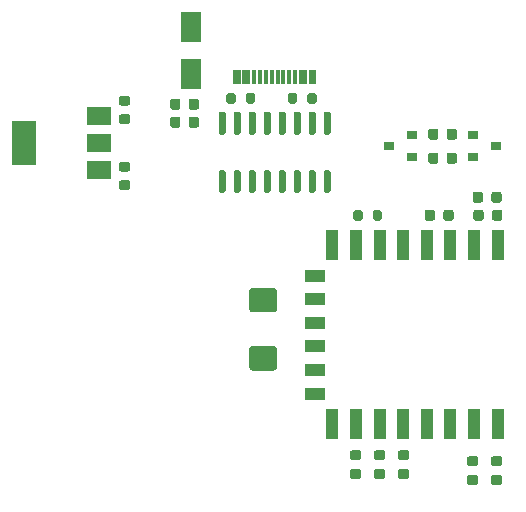
<source format=gbr>
%TF.GenerationSoftware,KiCad,Pcbnew,5.1.10-88a1d61d58~90~ubuntu20.04.1*%
%TF.CreationDate,2021-10-14T14:02:12+02:00*%
%TF.ProjectId,ESP8266-WS2812-Puck,45535038-3236-4362-9d57-53323831322d,rev?*%
%TF.SameCoordinates,Original*%
%TF.FileFunction,Paste,Top*%
%TF.FilePolarity,Positive*%
%FSLAX46Y46*%
G04 Gerber Fmt 4.6, Leading zero omitted, Abs format (unit mm)*
G04 Created by KiCad (PCBNEW 5.1.10-88a1d61d58~90~ubuntu20.04.1) date 2021-10-14 14:02:12*
%MOMM*%
%LPD*%
G01*
G04 APERTURE LIST*
%ADD10R,0.300000X1.150000*%
%ADD11R,1.000000X2.500000*%
%ADD12R,1.800000X1.000000*%
%ADD13R,0.900000X0.800000*%
%ADD14R,2.000000X3.800000*%
%ADD15R,2.000000X1.500000*%
%ADD16R,1.800000X2.500000*%
G04 APERTURE END LIST*
%TO.C,C6*%
G36*
G01*
X141015000Y-78742250D02*
X141015000Y-78229750D01*
G75*
G02*
X141233750Y-78011000I218750J0D01*
G01*
X141671250Y-78011000D01*
G75*
G02*
X141890000Y-78229750I0J-218750D01*
G01*
X141890000Y-78742250D01*
G75*
G02*
X141671250Y-78961000I-218750J0D01*
G01*
X141233750Y-78961000D01*
G75*
G02*
X141015000Y-78742250I0J218750D01*
G01*
G37*
G36*
G01*
X142590000Y-78742250D02*
X142590000Y-78229750D01*
G75*
G02*
X142808750Y-78011000I218750J0D01*
G01*
X143246250Y-78011000D01*
G75*
G02*
X143465000Y-78229750I0J-218750D01*
G01*
X143465000Y-78742250D01*
G75*
G02*
X143246250Y-78961000I-218750J0D01*
G01*
X142808750Y-78961000D01*
G75*
G02*
X142590000Y-78742250I0J218750D01*
G01*
G37*
%TD*%
%TO.C,R5*%
G36*
G01*
X160525750Y-106242500D02*
X161038250Y-106242500D01*
G75*
G02*
X161257000Y-106461250I0J-218750D01*
G01*
X161257000Y-106898750D01*
G75*
G02*
X161038250Y-107117500I-218750J0D01*
G01*
X160525750Y-107117500D01*
G75*
G02*
X160307000Y-106898750I0J218750D01*
G01*
X160307000Y-106461250D01*
G75*
G02*
X160525750Y-106242500I218750J0D01*
G01*
G37*
G36*
G01*
X160525750Y-107817500D02*
X161038250Y-107817500D01*
G75*
G02*
X161257000Y-108036250I0J-218750D01*
G01*
X161257000Y-108473750D01*
G75*
G02*
X161038250Y-108692500I-218750J0D01*
G01*
X160525750Y-108692500D01*
G75*
G02*
X160307000Y-108473750I0J218750D01*
G01*
X160307000Y-108036250D01*
G75*
G02*
X160525750Y-107817500I218750J0D01*
G01*
G37*
%TD*%
%TO.C,R12*%
G36*
G01*
X165309000Y-79245750D02*
X165309000Y-79758250D01*
G75*
G02*
X165090250Y-79977000I-218750J0D01*
G01*
X164652750Y-79977000D01*
G75*
G02*
X164434000Y-79758250I0J218750D01*
G01*
X164434000Y-79245750D01*
G75*
G02*
X164652750Y-79027000I218750J0D01*
G01*
X165090250Y-79027000D01*
G75*
G02*
X165309000Y-79245750I0J-218750D01*
G01*
G37*
G36*
G01*
X163734000Y-79245750D02*
X163734000Y-79758250D01*
G75*
G02*
X163515250Y-79977000I-218750J0D01*
G01*
X163077750Y-79977000D01*
G75*
G02*
X162859000Y-79758250I0J218750D01*
G01*
X162859000Y-79245750D01*
G75*
G02*
X163077750Y-79027000I218750J0D01*
G01*
X163515250Y-79027000D01*
G75*
G02*
X163734000Y-79245750I0J-218750D01*
G01*
G37*
%TD*%
%TO.C,U3*%
G36*
G01*
X154155000Y-77576000D02*
X154455000Y-77576000D01*
G75*
G02*
X154605000Y-77726000I0J-150000D01*
G01*
X154605000Y-79376000D01*
G75*
G02*
X154455000Y-79526000I-150000J0D01*
G01*
X154155000Y-79526000D01*
G75*
G02*
X154005000Y-79376000I0J150000D01*
G01*
X154005000Y-77726000D01*
G75*
G02*
X154155000Y-77576000I150000J0D01*
G01*
G37*
G36*
G01*
X152885000Y-77576000D02*
X153185000Y-77576000D01*
G75*
G02*
X153335000Y-77726000I0J-150000D01*
G01*
X153335000Y-79376000D01*
G75*
G02*
X153185000Y-79526000I-150000J0D01*
G01*
X152885000Y-79526000D01*
G75*
G02*
X152735000Y-79376000I0J150000D01*
G01*
X152735000Y-77726000D01*
G75*
G02*
X152885000Y-77576000I150000J0D01*
G01*
G37*
G36*
G01*
X151615000Y-77576000D02*
X151915000Y-77576000D01*
G75*
G02*
X152065000Y-77726000I0J-150000D01*
G01*
X152065000Y-79376000D01*
G75*
G02*
X151915000Y-79526000I-150000J0D01*
G01*
X151615000Y-79526000D01*
G75*
G02*
X151465000Y-79376000I0J150000D01*
G01*
X151465000Y-77726000D01*
G75*
G02*
X151615000Y-77576000I150000J0D01*
G01*
G37*
G36*
G01*
X150345000Y-77576000D02*
X150645000Y-77576000D01*
G75*
G02*
X150795000Y-77726000I0J-150000D01*
G01*
X150795000Y-79376000D01*
G75*
G02*
X150645000Y-79526000I-150000J0D01*
G01*
X150345000Y-79526000D01*
G75*
G02*
X150195000Y-79376000I0J150000D01*
G01*
X150195000Y-77726000D01*
G75*
G02*
X150345000Y-77576000I150000J0D01*
G01*
G37*
G36*
G01*
X149075000Y-77576000D02*
X149375000Y-77576000D01*
G75*
G02*
X149525000Y-77726000I0J-150000D01*
G01*
X149525000Y-79376000D01*
G75*
G02*
X149375000Y-79526000I-150000J0D01*
G01*
X149075000Y-79526000D01*
G75*
G02*
X148925000Y-79376000I0J150000D01*
G01*
X148925000Y-77726000D01*
G75*
G02*
X149075000Y-77576000I150000J0D01*
G01*
G37*
G36*
G01*
X147805000Y-77576000D02*
X148105000Y-77576000D01*
G75*
G02*
X148255000Y-77726000I0J-150000D01*
G01*
X148255000Y-79376000D01*
G75*
G02*
X148105000Y-79526000I-150000J0D01*
G01*
X147805000Y-79526000D01*
G75*
G02*
X147655000Y-79376000I0J150000D01*
G01*
X147655000Y-77726000D01*
G75*
G02*
X147805000Y-77576000I150000J0D01*
G01*
G37*
G36*
G01*
X146535000Y-77576000D02*
X146835000Y-77576000D01*
G75*
G02*
X146985000Y-77726000I0J-150000D01*
G01*
X146985000Y-79376000D01*
G75*
G02*
X146835000Y-79526000I-150000J0D01*
G01*
X146535000Y-79526000D01*
G75*
G02*
X146385000Y-79376000I0J150000D01*
G01*
X146385000Y-77726000D01*
G75*
G02*
X146535000Y-77576000I150000J0D01*
G01*
G37*
G36*
G01*
X145265000Y-77576000D02*
X145565000Y-77576000D01*
G75*
G02*
X145715000Y-77726000I0J-150000D01*
G01*
X145715000Y-79376000D01*
G75*
G02*
X145565000Y-79526000I-150000J0D01*
G01*
X145265000Y-79526000D01*
G75*
G02*
X145115000Y-79376000I0J150000D01*
G01*
X145115000Y-77726000D01*
G75*
G02*
X145265000Y-77576000I150000J0D01*
G01*
G37*
G36*
G01*
X145265000Y-82526000D02*
X145565000Y-82526000D01*
G75*
G02*
X145715000Y-82676000I0J-150000D01*
G01*
X145715000Y-84326000D01*
G75*
G02*
X145565000Y-84476000I-150000J0D01*
G01*
X145265000Y-84476000D01*
G75*
G02*
X145115000Y-84326000I0J150000D01*
G01*
X145115000Y-82676000D01*
G75*
G02*
X145265000Y-82526000I150000J0D01*
G01*
G37*
G36*
G01*
X146535000Y-82526000D02*
X146835000Y-82526000D01*
G75*
G02*
X146985000Y-82676000I0J-150000D01*
G01*
X146985000Y-84326000D01*
G75*
G02*
X146835000Y-84476000I-150000J0D01*
G01*
X146535000Y-84476000D01*
G75*
G02*
X146385000Y-84326000I0J150000D01*
G01*
X146385000Y-82676000D01*
G75*
G02*
X146535000Y-82526000I150000J0D01*
G01*
G37*
G36*
G01*
X147805000Y-82526000D02*
X148105000Y-82526000D01*
G75*
G02*
X148255000Y-82676000I0J-150000D01*
G01*
X148255000Y-84326000D01*
G75*
G02*
X148105000Y-84476000I-150000J0D01*
G01*
X147805000Y-84476000D01*
G75*
G02*
X147655000Y-84326000I0J150000D01*
G01*
X147655000Y-82676000D01*
G75*
G02*
X147805000Y-82526000I150000J0D01*
G01*
G37*
G36*
G01*
X149075000Y-82526000D02*
X149375000Y-82526000D01*
G75*
G02*
X149525000Y-82676000I0J-150000D01*
G01*
X149525000Y-84326000D01*
G75*
G02*
X149375000Y-84476000I-150000J0D01*
G01*
X149075000Y-84476000D01*
G75*
G02*
X148925000Y-84326000I0J150000D01*
G01*
X148925000Y-82676000D01*
G75*
G02*
X149075000Y-82526000I150000J0D01*
G01*
G37*
G36*
G01*
X150345000Y-82526000D02*
X150645000Y-82526000D01*
G75*
G02*
X150795000Y-82676000I0J-150000D01*
G01*
X150795000Y-84326000D01*
G75*
G02*
X150645000Y-84476000I-150000J0D01*
G01*
X150345000Y-84476000D01*
G75*
G02*
X150195000Y-84326000I0J150000D01*
G01*
X150195000Y-82676000D01*
G75*
G02*
X150345000Y-82526000I150000J0D01*
G01*
G37*
G36*
G01*
X151615000Y-82526000D02*
X151915000Y-82526000D01*
G75*
G02*
X152065000Y-82676000I0J-150000D01*
G01*
X152065000Y-84326000D01*
G75*
G02*
X151915000Y-84476000I-150000J0D01*
G01*
X151615000Y-84476000D01*
G75*
G02*
X151465000Y-84326000I0J150000D01*
G01*
X151465000Y-82676000D01*
G75*
G02*
X151615000Y-82526000I150000J0D01*
G01*
G37*
G36*
G01*
X152885000Y-82526000D02*
X153185000Y-82526000D01*
G75*
G02*
X153335000Y-82676000I0J-150000D01*
G01*
X153335000Y-84326000D01*
G75*
G02*
X153185000Y-84476000I-150000J0D01*
G01*
X152885000Y-84476000D01*
G75*
G02*
X152735000Y-84326000I0J150000D01*
G01*
X152735000Y-82676000D01*
G75*
G02*
X152885000Y-82526000I150000J0D01*
G01*
G37*
G36*
G01*
X154155000Y-82526000D02*
X154455000Y-82526000D01*
G75*
G02*
X154605000Y-82676000I0J-150000D01*
G01*
X154605000Y-84326000D01*
G75*
G02*
X154455000Y-84476000I-150000J0D01*
G01*
X154155000Y-84476000D01*
G75*
G02*
X154005000Y-84326000I0J150000D01*
G01*
X154005000Y-82676000D01*
G75*
G02*
X154155000Y-82526000I150000J0D01*
G01*
G37*
%TD*%
%TO.C,R3*%
G36*
G01*
X147428000Y-76729000D02*
X147428000Y-76179000D01*
G75*
G02*
X147628000Y-75979000I200000J0D01*
G01*
X148028000Y-75979000D01*
G75*
G02*
X148228000Y-76179000I0J-200000D01*
G01*
X148228000Y-76729000D01*
G75*
G02*
X148028000Y-76929000I-200000J0D01*
G01*
X147628000Y-76929000D01*
G75*
G02*
X147428000Y-76729000I0J200000D01*
G01*
G37*
G36*
G01*
X145778000Y-76729000D02*
X145778000Y-76179000D01*
G75*
G02*
X145978000Y-75979000I200000J0D01*
G01*
X146378000Y-75979000D01*
G75*
G02*
X146578000Y-76179000I0J-200000D01*
G01*
X146578000Y-76729000D01*
G75*
G02*
X146378000Y-76929000I-200000J0D01*
G01*
X145978000Y-76929000D01*
G75*
G02*
X145778000Y-76729000I0J200000D01*
G01*
G37*
%TD*%
%TO.C,R2*%
G36*
G01*
X151784000Y-76179000D02*
X151784000Y-76729000D01*
G75*
G02*
X151584000Y-76929000I-200000J0D01*
G01*
X151184000Y-76929000D01*
G75*
G02*
X150984000Y-76729000I0J200000D01*
G01*
X150984000Y-76179000D01*
G75*
G02*
X151184000Y-75979000I200000J0D01*
G01*
X151584000Y-75979000D01*
G75*
G02*
X151784000Y-76179000I0J-200000D01*
G01*
G37*
G36*
G01*
X153434000Y-76179000D02*
X153434000Y-76729000D01*
G75*
G02*
X153234000Y-76929000I-200000J0D01*
G01*
X152834000Y-76929000D01*
G75*
G02*
X152634000Y-76729000I0J200000D01*
G01*
X152634000Y-76179000D01*
G75*
G02*
X152834000Y-75979000I200000J0D01*
G01*
X153234000Y-75979000D01*
G75*
G02*
X153434000Y-76179000I0J-200000D01*
G01*
G37*
%TD*%
%TO.C,R1*%
G36*
G01*
X158159000Y-86635000D02*
X158159000Y-86085000D01*
G75*
G02*
X158359000Y-85885000I200000J0D01*
G01*
X158759000Y-85885000D01*
G75*
G02*
X158959000Y-86085000I0J-200000D01*
G01*
X158959000Y-86635000D01*
G75*
G02*
X158759000Y-86835000I-200000J0D01*
G01*
X158359000Y-86835000D01*
G75*
G02*
X158159000Y-86635000I0J200000D01*
G01*
G37*
G36*
G01*
X156509000Y-86635000D02*
X156509000Y-86085000D01*
G75*
G02*
X156709000Y-85885000I200000J0D01*
G01*
X157109000Y-85885000D01*
G75*
G02*
X157309000Y-86085000I0J-200000D01*
G01*
X157309000Y-86635000D01*
G75*
G02*
X157109000Y-86835000I-200000J0D01*
G01*
X156709000Y-86835000D01*
G75*
G02*
X156509000Y-86635000I0J200000D01*
G01*
G37*
%TD*%
D10*
%TO.C,P1*%
X146810000Y-74655000D03*
X147610000Y-74655000D03*
X152410000Y-74655000D03*
X153210000Y-74655000D03*
X148110000Y-74655000D03*
X148610000Y-74655000D03*
X149110000Y-74655000D03*
X149610000Y-74655000D03*
X150110000Y-74655000D03*
X150610000Y-74655000D03*
X151110000Y-74655000D03*
X151610000Y-74655000D03*
X146510000Y-74655000D03*
X147310000Y-74655000D03*
X152110000Y-74655000D03*
X152910000Y-74655000D03*
%TD*%
%TO.C,C4*%
G36*
G01*
X147969800Y-92512000D02*
X149819800Y-92512000D01*
G75*
G02*
X150069800Y-92762000I0J-250000D01*
G01*
X150069800Y-94337000D01*
G75*
G02*
X149819800Y-94587000I-250000J0D01*
G01*
X147969800Y-94587000D01*
G75*
G02*
X147719800Y-94337000I0J250000D01*
G01*
X147719800Y-92762000D01*
G75*
G02*
X147969800Y-92512000I250000J0D01*
G01*
G37*
G36*
G01*
X147969800Y-97437000D02*
X149819800Y-97437000D01*
G75*
G02*
X150069800Y-97687000I0J-250000D01*
G01*
X150069800Y-99262000D01*
G75*
G02*
X149819800Y-99512000I-250000J0D01*
G01*
X147969800Y-99512000D01*
G75*
G02*
X147719800Y-99262000I0J250000D01*
G01*
X147719800Y-97687000D01*
G75*
G02*
X147969800Y-97437000I250000J0D01*
G01*
G37*
%TD*%
D11*
%TO.C,U1*%
X168752400Y-88869200D03*
X166752400Y-88869200D03*
X164752400Y-88869200D03*
X162752400Y-88869200D03*
X160752400Y-88869200D03*
X158752400Y-88869200D03*
X156752400Y-88869200D03*
X154752400Y-88869200D03*
D12*
X153252400Y-91469200D03*
X153252400Y-93469200D03*
X153252400Y-95469200D03*
X153252400Y-97469200D03*
X153252400Y-99469200D03*
X153252400Y-101469200D03*
D11*
X154752400Y-104069200D03*
X156752400Y-104069200D03*
X158752400Y-104069200D03*
X160752400Y-104069200D03*
X162752400Y-104069200D03*
X164752400Y-104069200D03*
X166752400Y-104069200D03*
X168752400Y-104069200D03*
%TD*%
%TO.C,C5*%
G36*
G01*
X142590000Y-77218250D02*
X142590000Y-76705750D01*
G75*
G02*
X142808750Y-76487000I218750J0D01*
G01*
X143246250Y-76487000D01*
G75*
G02*
X143465000Y-76705750I0J-218750D01*
G01*
X143465000Y-77218250D01*
G75*
G02*
X143246250Y-77437000I-218750J0D01*
G01*
X142808750Y-77437000D01*
G75*
G02*
X142590000Y-77218250I0J218750D01*
G01*
G37*
G36*
G01*
X141015000Y-77218250D02*
X141015000Y-76705750D01*
G75*
G02*
X141233750Y-76487000I218750J0D01*
G01*
X141671250Y-76487000D01*
G75*
G02*
X141890000Y-76705750I0J-218750D01*
G01*
X141890000Y-77218250D01*
G75*
G02*
X141671250Y-77437000I-218750J0D01*
G01*
X141233750Y-77437000D01*
G75*
G02*
X141015000Y-77218250I0J218750D01*
G01*
G37*
%TD*%
D13*
%TO.C,Q1*%
X168640000Y-80518000D03*
X166640000Y-81468000D03*
X166640000Y-79568000D03*
%TD*%
%TO.C,Q2*%
X161528000Y-81468000D03*
X161528000Y-79568000D03*
X159528000Y-80518000D03*
%TD*%
D14*
%TO.C,U2*%
X128676000Y-80264000D03*
D15*
X134976000Y-80264000D03*
X134976000Y-77964000D03*
X134976000Y-82564000D03*
%TD*%
%TO.C,C1*%
G36*
G01*
X136903750Y-76219500D02*
X137416250Y-76219500D01*
G75*
G02*
X137635000Y-76438250I0J-218750D01*
G01*
X137635000Y-76875750D01*
G75*
G02*
X137416250Y-77094500I-218750J0D01*
G01*
X136903750Y-77094500D01*
G75*
G02*
X136685000Y-76875750I0J218750D01*
G01*
X136685000Y-76438250D01*
G75*
G02*
X136903750Y-76219500I218750J0D01*
G01*
G37*
G36*
G01*
X136903750Y-77794500D02*
X137416250Y-77794500D01*
G75*
G02*
X137635000Y-78013250I0J-218750D01*
G01*
X137635000Y-78450750D01*
G75*
G02*
X137416250Y-78669500I-218750J0D01*
G01*
X136903750Y-78669500D01*
G75*
G02*
X136685000Y-78450750I0J218750D01*
G01*
X136685000Y-78013250D01*
G75*
G02*
X136903750Y-77794500I218750J0D01*
G01*
G37*
%TD*%
%TO.C,C2*%
G36*
G01*
X136903750Y-83382500D02*
X137416250Y-83382500D01*
G75*
G02*
X137635000Y-83601250I0J-218750D01*
G01*
X137635000Y-84038750D01*
G75*
G02*
X137416250Y-84257500I-218750J0D01*
G01*
X136903750Y-84257500D01*
G75*
G02*
X136685000Y-84038750I0J218750D01*
G01*
X136685000Y-83601250D01*
G75*
G02*
X136903750Y-83382500I218750J0D01*
G01*
G37*
G36*
G01*
X136903750Y-81807500D02*
X137416250Y-81807500D01*
G75*
G02*
X137635000Y-82026250I0J-218750D01*
G01*
X137635000Y-82463750D01*
G75*
G02*
X137416250Y-82682500I-218750J0D01*
G01*
X136903750Y-82682500D01*
G75*
G02*
X136685000Y-82463750I0J218750D01*
G01*
X136685000Y-82026250D01*
G75*
G02*
X136903750Y-81807500I218750J0D01*
G01*
G37*
%TD*%
%TO.C,C3*%
G36*
G01*
X169093500Y-84579750D02*
X169093500Y-85092250D01*
G75*
G02*
X168874750Y-85311000I-218750J0D01*
G01*
X168437250Y-85311000D01*
G75*
G02*
X168218500Y-85092250I0J218750D01*
G01*
X168218500Y-84579750D01*
G75*
G02*
X168437250Y-84361000I218750J0D01*
G01*
X168874750Y-84361000D01*
G75*
G02*
X169093500Y-84579750I0J-218750D01*
G01*
G37*
G36*
G01*
X167518500Y-84579750D02*
X167518500Y-85092250D01*
G75*
G02*
X167299750Y-85311000I-218750J0D01*
G01*
X166862250Y-85311000D01*
G75*
G02*
X166643500Y-85092250I0J218750D01*
G01*
X166643500Y-84579750D01*
G75*
G02*
X166862250Y-84361000I218750J0D01*
G01*
X167299750Y-84361000D01*
G75*
G02*
X167518500Y-84579750I0J-218750D01*
G01*
G37*
%TD*%
D16*
%TO.C,D1*%
X142748000Y-74422000D03*
X142748000Y-70422000D03*
%TD*%
%TO.C,R6*%
G36*
G01*
X158493750Y-106242500D02*
X159006250Y-106242500D01*
G75*
G02*
X159225000Y-106461250I0J-218750D01*
G01*
X159225000Y-106898750D01*
G75*
G02*
X159006250Y-107117500I-218750J0D01*
G01*
X158493750Y-107117500D01*
G75*
G02*
X158275000Y-106898750I0J218750D01*
G01*
X158275000Y-106461250D01*
G75*
G02*
X158493750Y-106242500I218750J0D01*
G01*
G37*
G36*
G01*
X158493750Y-107817500D02*
X159006250Y-107817500D01*
G75*
G02*
X159225000Y-108036250I0J-218750D01*
G01*
X159225000Y-108473750D01*
G75*
G02*
X159006250Y-108692500I-218750J0D01*
G01*
X158493750Y-108692500D01*
G75*
G02*
X158275000Y-108473750I0J218750D01*
G01*
X158275000Y-108036250D01*
G75*
G02*
X158493750Y-107817500I218750J0D01*
G01*
G37*
%TD*%
%TO.C,R7*%
G36*
G01*
X163454500Y-86103750D02*
X163454500Y-86616250D01*
G75*
G02*
X163235750Y-86835000I-218750J0D01*
G01*
X162798250Y-86835000D01*
G75*
G02*
X162579500Y-86616250I0J218750D01*
G01*
X162579500Y-86103750D01*
G75*
G02*
X162798250Y-85885000I218750J0D01*
G01*
X163235750Y-85885000D01*
G75*
G02*
X163454500Y-86103750I0J-218750D01*
G01*
G37*
G36*
G01*
X165029500Y-86103750D02*
X165029500Y-86616250D01*
G75*
G02*
X164810750Y-86835000I-218750J0D01*
G01*
X164373250Y-86835000D01*
G75*
G02*
X164154500Y-86616250I0J218750D01*
G01*
X164154500Y-86103750D01*
G75*
G02*
X164373250Y-85885000I218750J0D01*
G01*
X164810750Y-85885000D01*
G75*
G02*
X165029500Y-86103750I0J-218750D01*
G01*
G37*
%TD*%
%TO.C,R8*%
G36*
G01*
X169144500Y-86103750D02*
X169144500Y-86616250D01*
G75*
G02*
X168925750Y-86835000I-218750J0D01*
G01*
X168488250Y-86835000D01*
G75*
G02*
X168269500Y-86616250I0J218750D01*
G01*
X168269500Y-86103750D01*
G75*
G02*
X168488250Y-85885000I218750J0D01*
G01*
X168925750Y-85885000D01*
G75*
G02*
X169144500Y-86103750I0J-218750D01*
G01*
G37*
G36*
G01*
X167569500Y-86103750D02*
X167569500Y-86616250D01*
G75*
G02*
X167350750Y-86835000I-218750J0D01*
G01*
X166913250Y-86835000D01*
G75*
G02*
X166694500Y-86616250I0J218750D01*
G01*
X166694500Y-86103750D01*
G75*
G02*
X166913250Y-85885000I218750J0D01*
G01*
X167350750Y-85885000D01*
G75*
G02*
X167569500Y-86103750I0J-218750D01*
G01*
G37*
%TD*%
%TO.C,R9*%
G36*
G01*
X156461750Y-107817500D02*
X156974250Y-107817500D01*
G75*
G02*
X157193000Y-108036250I0J-218750D01*
G01*
X157193000Y-108473750D01*
G75*
G02*
X156974250Y-108692500I-218750J0D01*
G01*
X156461750Y-108692500D01*
G75*
G02*
X156243000Y-108473750I0J218750D01*
G01*
X156243000Y-108036250D01*
G75*
G02*
X156461750Y-107817500I218750J0D01*
G01*
G37*
G36*
G01*
X156461750Y-106242500D02*
X156974250Y-106242500D01*
G75*
G02*
X157193000Y-106461250I0J-218750D01*
G01*
X157193000Y-106898750D01*
G75*
G02*
X156974250Y-107117500I-218750J0D01*
G01*
X156461750Y-107117500D01*
G75*
G02*
X156243000Y-106898750I0J218750D01*
G01*
X156243000Y-106461250D01*
G75*
G02*
X156461750Y-106242500I218750J0D01*
G01*
G37*
%TD*%
%TO.C,R10*%
G36*
G01*
X166367750Y-106750500D02*
X166880250Y-106750500D01*
G75*
G02*
X167099000Y-106969250I0J-218750D01*
G01*
X167099000Y-107406750D01*
G75*
G02*
X166880250Y-107625500I-218750J0D01*
G01*
X166367750Y-107625500D01*
G75*
G02*
X166149000Y-107406750I0J218750D01*
G01*
X166149000Y-106969250D01*
G75*
G02*
X166367750Y-106750500I218750J0D01*
G01*
G37*
G36*
G01*
X166367750Y-108325500D02*
X166880250Y-108325500D01*
G75*
G02*
X167099000Y-108544250I0J-218750D01*
G01*
X167099000Y-108981750D01*
G75*
G02*
X166880250Y-109200500I-218750J0D01*
G01*
X166367750Y-109200500D01*
G75*
G02*
X166149000Y-108981750I0J218750D01*
G01*
X166149000Y-108544250D01*
G75*
G02*
X166367750Y-108325500I218750J0D01*
G01*
G37*
%TD*%
%TO.C,R11*%
G36*
G01*
X168399750Y-108325500D02*
X168912250Y-108325500D01*
G75*
G02*
X169131000Y-108544250I0J-218750D01*
G01*
X169131000Y-108981750D01*
G75*
G02*
X168912250Y-109200500I-218750J0D01*
G01*
X168399750Y-109200500D01*
G75*
G02*
X168181000Y-108981750I0J218750D01*
G01*
X168181000Y-108544250D01*
G75*
G02*
X168399750Y-108325500I218750J0D01*
G01*
G37*
G36*
G01*
X168399750Y-106750500D02*
X168912250Y-106750500D01*
G75*
G02*
X169131000Y-106969250I0J-218750D01*
G01*
X169131000Y-107406750D01*
G75*
G02*
X168912250Y-107625500I-218750J0D01*
G01*
X168399750Y-107625500D01*
G75*
G02*
X168181000Y-107406750I0J218750D01*
G01*
X168181000Y-106969250D01*
G75*
G02*
X168399750Y-106750500I218750J0D01*
G01*
G37*
%TD*%
%TO.C,R13*%
G36*
G01*
X164434000Y-81790250D02*
X164434000Y-81277750D01*
G75*
G02*
X164652750Y-81059000I218750J0D01*
G01*
X165090250Y-81059000D01*
G75*
G02*
X165309000Y-81277750I0J-218750D01*
G01*
X165309000Y-81790250D01*
G75*
G02*
X165090250Y-82009000I-218750J0D01*
G01*
X164652750Y-82009000D01*
G75*
G02*
X164434000Y-81790250I0J218750D01*
G01*
G37*
G36*
G01*
X162859000Y-81790250D02*
X162859000Y-81277750D01*
G75*
G02*
X163077750Y-81059000I218750J0D01*
G01*
X163515250Y-81059000D01*
G75*
G02*
X163734000Y-81277750I0J-218750D01*
G01*
X163734000Y-81790250D01*
G75*
G02*
X163515250Y-82009000I-218750J0D01*
G01*
X163077750Y-82009000D01*
G75*
G02*
X162859000Y-81790250I0J218750D01*
G01*
G37*
%TD*%
M02*

</source>
